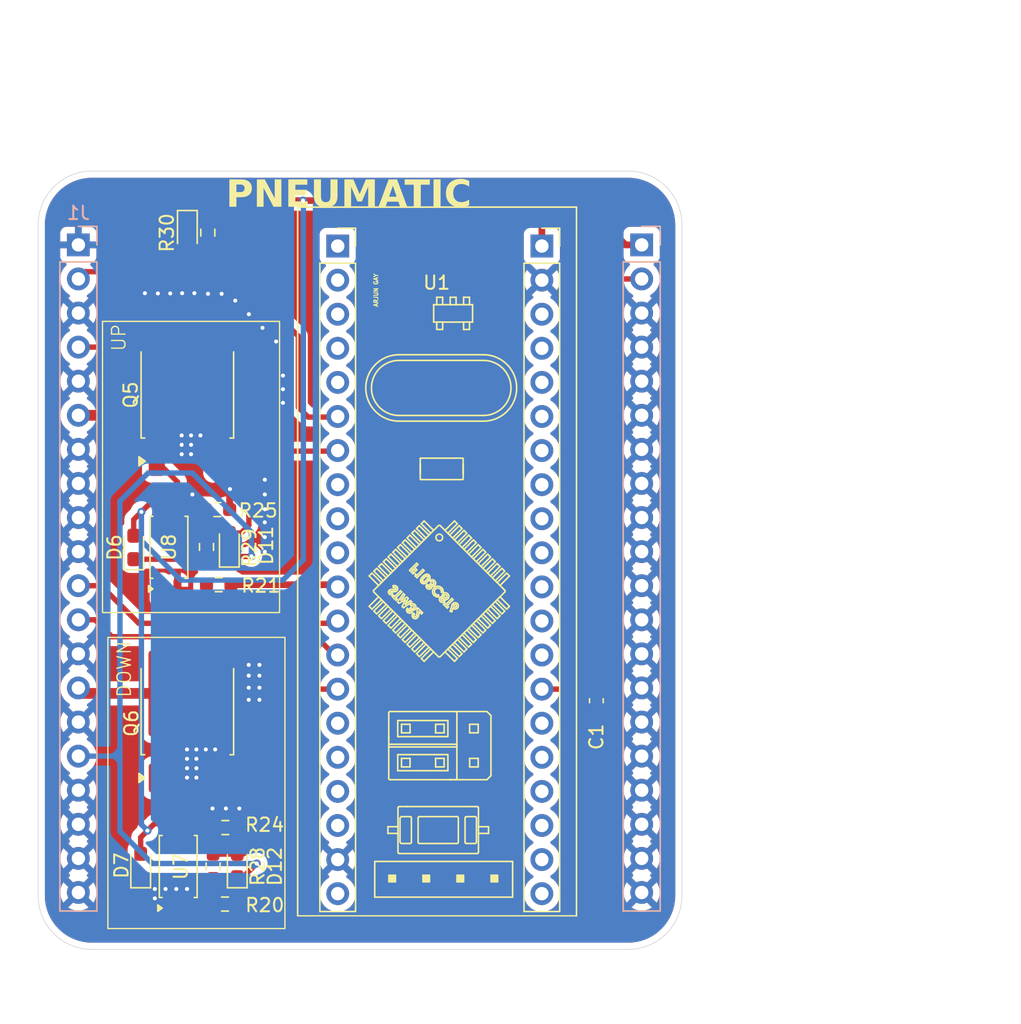
<source format=kicad_pcb>
(kicad_pcb (version 20241229) (generator "pcbnew") (generator_version "9.0")
  (layers (0 "F.Cu" signal) (2 "B.Cu" signal) (13 "F.Paste" user) (15 "B.Paste" user) (5 "F.SilkS" user "F.Silkscreen") (7 "B.SilkS" user "B.Silkscreen") (1 "F.Mask" user) (3 "B.Mask" user) (25 "Edge.Cuts" user))
  (net 0 "")
  (net 1 "Net-(D6-K)")
  (net 2 "Net-(D7-K)")
  (net 3 "+12V")
  (net 4 "/Pneumatic_UP")
  (net 5 "/Pneumatic_DOWN")
  (net 6 "Net-(D8-A)")
  (net 7 "Net-(Q5-G)")
  (net 8 "GND")
  (net 9 "Net-(Q6-G)")
  (net 10 "/DOWNSHIFT")
  (net 11 "Net-(R20-Pad2)")
  (net 12 "/UPSHIFT")
  (net 13 "Net-(R21-Pad2)")
  (net 14 "/TX")
  (net 15 "/UP")
  (net 16 "+5V")
  (net 17 "/Down")
  (net 18 "/RX")
  (net 48 "GPOS")
  (footprint "Resistor_SMD:R_0603_1608Metric_Pad0.98x0.95mm_HandSolder" (layer "F.Cu") (at 105.65 68.0875 -90)
    (property "Reference" "R30" (at 0.0125 3.05 90) (layer "F.SilkS"))
    (property "Value" "1K")
    (pad "1" smd roundrect (at -0.9125 0 270) (size 0.975 0.95) (layers "F.Cu" "F.Mask" "F.Paste") (net 16 "+5V"))
    (pad "2" smd roundrect (at 0.9125 0 270) (size 0.975 0.95) (layers "F.Cu" "F.Mask" "F.Paste") (net 6 "Net-(D8-A)"))
  )
  (footprint "Resistor_SMD:R_0603_1608Metric_Pad0.98x0.95mm_HandSolder" (layer "F.Cu") (at 106.9325 118.125 180)
    (property "Reference" "R20" (at -2.966965 -0.081249 0) (layer "F.SilkS"))
    (property "Value" "330")
    (pad "1" smd roundrect (at -0.9125 0 180) (size 0.975 0.95) (layers "F.Cu" "F.Mask" "F.Paste") (net 10 "/DOWNSHIFT"))
    (pad "2" smd roundrect (at 0.9125 0 180) (size 0.975 0.95) (layers "F.Cu" "F.Mask" "F.Paste") (net 11 "Net-(R20-Pad2)"))
  )
  (footprint "Capacitor_SMD:C_0603_1608Metric_Pad1.08x0.95mm_HandSolder" (layer "F.Cu") (at 134.62 102.9705 90)
    (property "Reference" "C1" (at -2.6935 0 90) (layer "F.SilkS"))
    (property "Value" "0.1uF")
    (pad "1" smd roundrect (at -0.8625 0 90) (size 1.075 0.95) (layers "F.Cu" "F.Mask" "F.Paste") (net 8 "GND"))
    (pad "2" smd roundrect (at 0.8625 0 90) (size 1.075 0.95) (layers "F.Cu" "F.Mask" "F.Paste") (net 48 "GPOS"))
  )
  (footprint "0_blackpill_f411ceu6:Blackpill PLT" (layer "F.Cu") (at 115.65 70.104)
    (property "Reference" "U1" (at 7.062282 1.713084 0) (layer "F.SilkS"))
    (property "Value" "~" (hide yes))
    (pad "1" thru_hole rect (at 14.906 -1.016) (size 1.7 1.7) (drill 1) (layers "*.Cu" "*.Mask") (net 16 "+5V"))
    (pad "2" thru_hole circle (at -0.314 47.244) (size 1.7 1.7) (drill 1) (layers "*.Cu" "*.Mask"))
    (pad "3" thru_hole circle (at -0.314 42.164) (size 1.7 1.7) (drill 1) (layers "*.Cu" "*.Mask"))
    (pad "4" thru_hole circle (at 14.906 4.064) (size 1.7 1.7) (drill 1) (layers "*.Cu" "*.Mask"))
    (pad "5" thru_hole rect (at -0.314 -1.016) (size 1.7 1.7) (drill 1) (layers "*.Cu" "*.Mask"))
    (pad "6" thru_hole circle (at -0.314 1.524) (size 1.7 1.7) (drill 1) (layers "*.Cu" "*.Mask"))
    (pad "7" thru_hole circle (at -0.314 4.064) (size 1.7 1.7) (drill 1) (layers "*.Cu" "*.Mask"))
    (pad "8" thru_hole circle (at -0.314 6.604) (size 1.7 1.7) (drill 1) (layers "*.Cu" "*.Mask"))
    (pad "9" thru_hole circle (at -0.314 9.144) (size 1.7 1.7) (drill 1) (layers "*.Cu" "*.Mask"))
    (pad "10" thru_hole circle (at -0.314 11.684) (size 1.7 1.7) (drill 1) (layers "*.Cu" "*.Mask") (net 14 "/TX"))
    (pad "11" thru_hole circle (at -0.314 14.224) (size 1.7 1.7) (drill 1) (layers "*.Cu" "*.Mask") (net 18 "/RX"))
    (pad "12" thru_hole circle (at -0.314 16.764) (size 1.7 1.7) (drill 1) (layers "*.Cu" "*.Mask"))
    (pad "13" thru_hole circle (at -0.314 19.304) (size 1.7 1.7) (drill 1) (layers "*.Cu" "*.Mask"))
    (pad "14" thru_hole circle (at -0.314 21.844) (size 1.7 1.7) (drill 1) (layers "*.Cu" "*.Mask"))
    (pad "15" thru_hole circle (at -0.314 24.384) (size 1.7 1.7) (drill 1) (layers "*.Cu" "*.Mask") (net 12 "/UPSHIFT"))
    (pad "16" thru_hole circle (at -0.314 26.924) (size 1.7 1.7) (drill 1) (layers "*.Cu" "*.Mask") (net 15 "/UP"))
    (pad "17" thru_hole circle (at -0.314 29.464) (size 1.7 1.7) (drill 1) (layers "*.Cu" "*.Mask") (net 17 "/Down"))
    (pad "18" thru_hole circle (at -0.314 32.004) (size 1.7 1.7) (drill 1) (layers "*.Cu" "*.Mask") (net 10 "/DOWNSHIFT"))
    (pad "19" thru_hole circle (at -0.314 34.544) (size 1.7 1.7) (drill 1) (layers "*.Cu" "*.Mask"))
    (pad "20" thru_hole circle (at -0.314 37.084) (size 1.7 1.7) (drill 1) (layers "*.Cu" "*.Mask"))
    (pad "21" thru_hole circle (at -0.314 39.624) (size 1.7 1.7) (drill 1) (layers "*.Cu" "*.Mask"))
    (pad "22" thru_hole circle (at 14.906 6.604) (size 1.7 1.7) (drill 1) (layers "*.Cu" "*.Mask"))
    (pad "23" thru_hole circle (at 14.906 9.144) (size 1.7 1.7) (drill 1) (layers "*.Cu" "*.Mask"))
    (pad "24" thru_hole circle (at 14.906 11.684) (size 1.7 1.7) (drill 1) (layers "*.Cu" "*.Mask"))
    (pad "25" thru_hole circle (at 14.906 14.224) (size 1.7 1.7) (drill 1) (layers "*.Cu" "*.Mask"))
    (pad "26" thru_hole circle (at 14.906 16.764) (size 1.7 1.7) (drill 1) (layers "*.Cu" "*.Mask"))
    (pad "27" thru_hole circle (at 14.906 19.304) (size 1.7 1.7) (drill 1) (layers "*.Cu" "*.Mask"))
    (pad "28" thru_hole circle (at 14.906 21.844) (size 1.7 1.7) (drill 1) (layers "*.Cu" "*.Mask"))
    (pad "29" thru_hole circle (at 14.906 24.384) (size 1.7 1.7) (drill 1) (layers "*.Cu" "*.Mask"))
    (pad "30" thru_hole circle (at 14.906 26.924) (size 1.7 1.7) (drill 1) (layers "*.Cu" "*.Mask"))
    (pad "31" thru_hole circle (at 14.906 29.464) (size 1.7 1.7) (drill 1) (layers "*.Cu" "*.Mask"))
    (pad "32" thru_hole circle (at 14.906 32.004) (size 1.7 1.7) (drill 1) (layers "*.Cu" "*.Mask") (net 48 "GPOS"))
    (pad "33" thru_hole circle (at 14.906 34.544) (size 1.7 1.7) (drill 1) (layers "*.Cu" "*.Mask"))
    (pad "34" thru_hole circle (at 14.906 37.084) (size 1.7 1.7) (drill 1) (layers "*.Cu" "*.Mask"))
    (pad "35" thru_hole circle (at 14.906 39.624) (size 1.7 1.7) (drill 1) (layers "*.Cu" "*.Mask"))
    (pad "36" thru_hole circle (at 14.906 42.164) (size 1.7 1.7) (drill 1) (layers "*.Cu" "*.Mask"))
    (pad "37" thru_hole circle (at 14.906 44.704) (size 1.7 1.7) (drill 1) (layers "*.Cu" "*.Mask"))
    (pad "38" thru_hole circle (at 14.906 47.244) (size 1.7 1.7) (drill 1) (layers "*.Cu" "*.Mask"))
    (pad "39" thru_hole circle (at -0.314 44.704) (size 1.7 1.7) (drill 1) (layers "*.Cu" "*.Mask") (net 8 "GND"))
    (pad "40" thru_hole circle (at 14.906 1.524) (size 1.7 1.7) (drill 1) (layers "*.Cu" "*.Mask") (net 8 "GND"))
  )
  (footprint "Package_SO:SOP-4_4.4x2.6mm_P1.27mm" (layer "F.Cu") (at 103.445 115.325 90)
    (property "Reference" "U7" (at 0 0.187 90) (layer "F.SilkS"))
    (property "Value" "TCMT1103")
    (pad "1" smd roundrect (at -3.1875 -0.635 90) (size 1.625 0.6) (layers "F.Cu" "F.Mask" "F.Paste") (net 11 "Net-(R20-Pad2)"))
    (pad "2" smd roundrect (at -3.1875 0.635 90) (size 1.625 0.6) (layers "F.Cu" "F.Mask" "F.Paste") (net 8 "GND"))
    (pad "3" smd roundrect (at 3.1875 0.635 90) (size 1.625 0.6) (layers "F.Cu" "F.Mask" "F.Paste") (net 9 "Net-(Q6-G)"))
    (pad "4" smd roundrect (at 3.1875 -0.635 90) (size 1.625 0.6) (layers "F.Cu" "F.Mask" "F.Paste") (net 16 "+5V"))
  )
  (footprint "Package_TO_SOT_SMD:TO-252-2" (layer "F.Cu") (at 104.125 80.085 90)
    (property "Reference" "Q5" (at -0.1 -4.225 90) (layer "F.SilkS"))
    (property "Value" "DMTH6004SK3")
    (pad "1" smd roundrect (at -5.04 -2.28 90) (size 2.2 1.2) (layers "F.Cu" "F.Mask" "F.Paste") (roundrect_rratio 0.208333) (net 7 "Net-(Q5-G)"))
    (pad "2" smd roundrect (at 1.26 0 90) (size 6.4 5.8) (layers "F.Cu" "F.Mask") (roundrect_rratio 0.043103) (net 4 "/Pneumatic_UP"))
    (pad "3" smd roundrect (at -5.04 2.28 90) (size 2.2 1.2) (layers "F.Cu" "F.Mask" "F.Paste") (roundrect_rratio 0.208333) (net 8 "GND"))
  )
  (footprint "Diode_SMD:D_0603_1608Metric_Pad1.05x0.95mm_HandSolder" (layer "F.Cu") (at 107.845 115.25 90)
    (property "Reference" "D12" (at -0.075 2.8 90) (layer "F.SilkS"))
    (property "Value" "D")
    (pad "1" smd roundrect (at -0.875 0 90) (size 1.05 0.95) (layers "F.Cu" "F.Mask" "F.Paste") (net 3 "+12V"))
    (pad "2" smd roundrect (at 0.875 0 90) (size 1.05 0.95) (layers "F.Cu" "F.Mask" "F.Paste") (net 5 "/Pneumatic_DOWN"))
  )
  (footprint "Diode_SMD:D_0603_1608Metric_Pad1.05x0.95mm_HandSolder" (layer "F.Cu") (at 107.2525 91.35 90)
    (property "Reference" "D11" (at -0.05 2.7475 90) (layer "F.SilkS"))
    (property "Value" "D")
    (pad "1" smd roundrect (at -0.875 0 90) (size 1.05 0.95) (layers "F.Cu" "F.Mask" "F.Paste") (net 3 "+12V"))
    (pad "2" smd roundrect (at 0.875 0 90) (size 1.05 0.95) (layers "F.Cu" "F.Mask" "F.Paste") (net 4 "/Pneumatic_UP"))
  )
  (footprint "Resistor_SMD:R_0603_1608Metric_Pad0.98x0.95mm_HandSolder" (layer "F.Cu") (at 106.045 115.3125 90)
    (property "Reference" "R28" (at -0.012352 3.320457 90) (layer "F.SilkS"))
    (property "Value" "1K")
    (pad "1" smd roundrect (at -0.9125 0 90) (size 0.975 0.95) (layers "F.Cu" "F.Mask" "F.Paste") (net 2 "Net-(D7-K)"))
    (pad "2" smd roundrect (at 0.9125 0 90) (size 0.975 0.95) (layers "F.Cu" "F.Mask" "F.Paste") (net 5 "/Pneumatic_DOWN"))
  )
  (footprint "Package_TO_SOT_SMD:TO-252-2" (layer "F.Cu") (at 104.125 103.685 90)
    (property "Reference" "Q6" (at -0.965 -4.175 90) (layer "F.SilkS"))
    (property "Value" "DMTH6004SK3")
    (pad "1" smd roundrect (at -5.04 -2.28 90) (size 2.2 1.2) (layers "F.Cu" "F.Mask" "F.Paste") (roundrect_rratio 0.208333) (net 9 "Net-(Q6-G)"))
    (pad "2" smd roundrect (at 1.26 0 90) (size 6.4 5.8) (layers "F.Cu" "F.Mask") (roundrect_rratio 0.043103) (net 5 "/Pneumatic_DOWN"))
    (pad "3" smd roundrect (at -5.04 2.28 90) (size 2.2 1.2) (layers "F.Cu" "F.Mask" "F.Paste") (roundrect_rratio 0.208333) (net 8 "GND"))
  )
  (footprint "LED_SMD:LED_0603_1608Metric_Pad1.05x0.95mm_HandSolder" (layer "F.Cu") (at 100.645 115.25 90)
    (property "Reference" "D7" (at 0 -1.43 90) (layer "F.SilkS"))
    (property "Value" "LED")
    (pad "1" smd roundrect (at -0.875 0 90) (size 1.05 0.95) (layers "F.Cu" "F.Mask" "F.Paste") (net 2 "Net-(D7-K)"))
    (pad "2" smd roundrect (at 0.875 0 90) (size 1.05 0.95) (layers "F.Cu" "F.Mask" "F.Paste") (net 16 "+5V"))
  )
  (footprint "Resistor_SMD:R_0603_1608Metric_Pad0.98x0.95mm_HandSolder" (layer "F.Cu") (at 106.365 88.725 180)
    (property "Reference" "R25" (at -3.035 -0.075 0) (layer "F.SilkS"))
    (property "Value" "10K")
    (pad "1" smd roundrect (at -0.9125 0 180) (size 0.975 0.95) (layers "F.Cu" "F.Mask" "F.Paste") (net 8 "GND"))
    (pad "2" smd roundrect (at 0.9125 0 180) (size 0.975 0.95) (layers "F.Cu" "F.Mask" "F.Paste") (net 7 "Net-(Q5-G)"))
  )
  (footprint "Package_SO:SOP-4_4.4x2.6mm_P1.27mm" (layer "F.Cu") (at 102.7525 91.5375 90)
    (property "Reference" "U8" (at 0 0 90) (layer "F.SilkS"))
    (property "Value" "TCMT1103")
    (pad "1" smd roundrect (at -3.1875 -0.635 90) (size 1.625 0.6) (layers "F.Cu" "F.Mask" "F.Paste") (net 13 "Net-(R21-Pad2)"))
    (pad "2" smd roundrect (at -3.1875 0.635 90) (size 1.625 0.6) (layers "F.Cu" "F.Mask" "F.Paste") (net 8 "GND"))
    (pad "3" smd roundrect (at 3.1875 0.635 90) (size 1.625 0.6) (layers "F.Cu" "F.Mask" "F.Paste") (net 7 "Net-(Q5-G)"))
    (pad "4" smd roundrect (at 3.1875 -0.635 90) (size 1.625 0.6) (layers "F.Cu" "F.Mask" "F.Paste") (net 16 "+5V"))
  )
  (footprint "Resistor_SMD:R_0603_1608Metric_Pad0.98x0.95mm_HandSolder" (layer "F.Cu") (at 105.5525 91.5125 90)
    (property "Reference" "R29" (at -0.060878 3.199507 90) (layer "F.SilkS"))
    (property "Value" "1K")
    (pad "1" smd roundrect (at -0.9125 0 90) (size 0.975 0.95) (layers "F.Cu" "F.Mask" "F.Paste") (net 1 "Net-(D6-K)"))
    (pad "2" smd roundrect (at 0.9125 0 90) (size 0.975 0.95) (layers "F.Cu" "F.Mask" "F.Paste") (net 4 "/Pneumatic_UP"))
  )
  (footprint "Resistor_SMD:R_0603_1608Metric_Pad0.98x0.95mm_HandSolder" (layer "F.Cu") (at 106.9575 112.425 180)
    (property "Reference" "R24" (at -2.927328 0.206386 0) (layer "F.SilkS"))
    (property "Value" "10K")
    (pad "1" smd roundrect (at -0.9125 0 180) (size 0.975 0.95) (layers "F.Cu" "F.Mask" "F.Paste") (net 8 "GND"))
    (pad "2" smd roundrect (at 0.9125 0 180) (size 0.975 0.95) (layers "F.Cu" "F.Mask" "F.Paste") (net 9 "Net-(Q6-G)"))
  )
  (footprint "Resistor_SMD:R_0603_1608Metric_Pad0.98x0.95mm_HandSolder" (layer "F.Cu") (at 106.465 94.325 180)
    (property "Reference" "R21" (at -3.135 -0.075 0) (layer "F.SilkS"))
    (property "Value" "330")
    (pad "1" smd roundrect (at -0.9125 0 180) (size 0.975 0.95) (layers "F.Cu" "F.Mask" "F.Paste") (net 12 "/UPSHIFT"))
    (pad "2" smd roundrect (at 0.9125 0 180) (size 0.975 0.95) (layers "F.Cu" "F.Mask" "F.Paste") (net 13 "Net-(R21-Pad2)"))
  )
  (footprint "LED_SMD:LED_0603_1608Metric_Pad1.05x0.95mm_HandSolder" (layer "F.Cu") (at 100.125 91.55 90)
    (property "Reference" "D6" (at 0 -1.43 90) (layer "F.SilkS"))
    (property "Value" "LED")
    (pad "1" smd roundrect (at -0.875 0 90) (size 1.05 0.95) (layers "F.Cu" "F.Mask" "F.Paste") (net 1 "Net-(D6-K)"))
    (pad "2" smd roundrect (at 0.875 0 90) (size 1.05 0.95) (layers "F.Cu" "F.Mask" "F.Paste") (net 16 "+5V"))
  )
  (footprint "LED_SMD:LED_0603_1608Metric_Pad1.05x0.95mm_HandSolder" (layer "F.Cu") (at 104.125 68.1 -90)
    (property "Reference" "D8" (hide yes))
    (property "Value" "LED")
    (pad "1" smd roundrect (at -0.875 0 270) (size 1.05 0.95) (layers "F.Cu" "F.Mask" "F.Paste") (net 8 "GND"))
    (pad "2" smd roundrect (at 0.875 0 270) (size 1.05 0.95) (layers "F.Cu" "F.Mask" "F.Paste") (net 6 "Net-(D8-A)"))
  )
  (footprint "Connector_PinHeader_2.54mm:PinHeader_1x20_P2.54mm_Vertical" (layer "B.Cu") (at 138 69 180)
    (property "Reference" "J2" (hide yes))
    (property "Value" "Conn_01x20_Pin")
    (pad "1" thru_hole rect (at 0 0 180) (size 1.7 1.7) (drill 1) (layers "*.Cu" "*.Mask") (net 16 "+5V"))
    (pad "2" thru_hole circle (at 0 -2.54 180) (size 1.7 1.7) (drill 1) (layers "*.Cu" "*.Mask") (net 48 "GPOS"))
    (pad "3" thru_hole circle (at 0 -5.08 180) (size 1.7 1.7) (drill 1) (layers "*.Cu" "*.Mask") (net 8 "GND"))
    (pad "4" thru_hole circle (at 0 -7.62 180) (size 1.7 1.7) (drill 1) (layers "*.Cu" "*.Mask") (net 8 "GND"))
    (pad "5" thru_hole circle (at 0 -10.16 180) (size 1.7 1.7) (drill 1) (layers "*.Cu" "*.Mask") (net 8 "GND"))
    (pad "6" thru_hole circle (at 0 -12.7 180) (size 1.7 1.7) (drill 1) (layers "*.Cu" "*.Mask") (net 8 "GND"))
    (pad "7" thru_hole circle (at 0 -15.24 180) (size 1.7 1.7) (drill 1) (layers "*.Cu" "*.Mask") (net 8 "GND"))
    (pad "8" thru_hole circle (at 0 -17.78 180) (size 1.7 1.7) (drill 1) (layers "*.Cu" "*.Mask") (net 8 "GND"))
    (pad "9" thru_hole circle (at 0 -20.32 180) (size 1.7 1.7) (drill 1) (layers "*.Cu" "*.Mask") (net 8 "GND"))
    (pad "10" thru_hole circle (at 0 -22.86 180) (size 1.7 1.7) (drill 1) (layers "*.Cu" "*.Mask") (net 8 "GND"))
    (pad "11" thru_hole circle (at 0 -25.4 180) (size 1.7 1.7) (drill 1) (layers "*.Cu" "*.Mask") (net 8 "GND"))
    (pad "12" thru_hole circle (at 0 -27.94 180) (size 1.7 1.7) (drill 1) (layers "*.Cu" "*.Mask") (net 8 "GND"))
    (pad "13" thru_hole circle (at 0 -30.48 180) (size 1.7 1.7) (drill 1) (layers "*.Cu" "*.Mask") (net 8 "GND"))
    (pad "14" thru_hole circle (at 0 -33.02 180) (size 1.7 1.7) (drill 1) (layers "*.Cu" "*.Mask") (net 8 "GND"))
    (pad "15" thru_hole circle (at 0 -35.56 180) (size 1.7 1.7) (drill 1) (layers "*.Cu" "*.Mask") (net 8 "GND"))
    (pad "16" thru_hole circle (at 0 -38.1 180) (size 1.7 1.7) (drill 1) (layers "*.Cu" "*.Mask") (net 8 "GND"))
    (pad "17" thru_hole circle (at 0 -40.64 180) (size 1.7 1.7) (drill 1) (layers "*.Cu" "*.Mask") (net 8 "GND"))
    (pad "18" thru_hole circle (at 0 -43.18 180) (size 1.7 1.7) (drill 1) (layers "*.Cu" "*.Mask") (net 8 "GND"))
    (pad "19" thru_hole circle (at 0 -45.72 180) (size 1.7 1.7) (drill 1) (layers "*.Cu" "*.Mask") (net 8 "GND"))
    (pad "20" thru_hole circle (at 0 -48.26 180) (size 1.7 1.7) (drill 1) (layers "*.Cu" "*.Mask") (net 8 "GND"))
  )
  (footprint "Connector_PinHeader_2.54mm:PinHeader_1x20_P2.54mm_Vertical" (layer "B.Cu") (at 96 69 180)
    (property "Reference" "J1" (at 0 2.38 0) (layer "B.SilkS") (effects (justify mirror)))
    (property "Value" "Conn_01x20_Pin")
    (pad "1" thru_hole rect (at 0 0 180) (size 1.7 1.7) (drill 1) (layers "*.Cu" "*.Mask") (net 8 "GND"))
    (pad "2" thru_hole circle (at 0 -2.54 180) (size 1.7 1.7) (drill 1) (layers "*.Cu" "*.Mask") (net 14 "/TX"))
    (pad "3" thru_hole circle (at 0 -5.08 180) (size 1.7 1.7) (drill 1) (layers "*.Cu" "*.Mask") (net 8 "GND"))
    (pad "4" thru_hole circle (at 0 -7.62 180) (size 1.7 1.7) (drill 1) (layers "*.Cu" "*.Mask") (net 18 "/RX"))
    (pad "5" thru_hole circle (at 0 -10.16 180) (size 1.7 1.7) (drill 1) (layers "*.Cu" "*.Mask") (net 8 "GND"))
    (pad "6" thru_hole circle (at 0 -12.7 180) (size 1.7 1.7) (drill 1) (layers "*.Cu" "*.Mask") (net 4 "/Pneumatic_UP"))
    (pad "7" thru_hole circle (at 0 -15.24 180) (size 1.7 1.7) (drill 1) (layers "*.Cu" "*.Mask") (net 8 "GND"))
    (pad "8" thru_hole circle (at 0 -17.78 180) (size 1.7 1.7) (drill 1) (layers "*.Cu" "*.Mask") (net 8 "GND"))
    (pad "9" thru_hole circle (at 0 -20.32 180) (size 1.7 1.7) (drill 1) (layers "*.Cu" "*.Mask") (net 8 "GND"))
    (pad "10" thru_hole circle (at 0 -22.86 180) (size 1.7 1.7) (drill 1) (layers "*.Cu" "*.Mask") (net 8 "GND"))
    (pad "11" thru_hole circle (at 0 -25.4 180) (size 1.7 1.7) (drill 1) (layers "*.Cu" "*.Mask") (net 15 "/UP"))
    (pad "12" thru_hole circle (at 0 -27.94 180) (size 1.7 1.7) (drill 1) (layers "*.Cu" "*.Mask") (net 17 "/Down"))
    (pad "13" thru_hole circle (at 0 -30.48 180) (size 1.7 1.7) (drill 1) (layers "*.Cu" "*.Mask") (net 8 "GND"))
    (pad "14" thru_hole circle (at 0 -33.02 180) (size 1.7 1.7) (drill 1) (layers "*.Cu" "*.Mask") (net 5 "/Pneumatic_DOWN"))
    (pad "15" thru_hole circle (at 0 -35.56 180) (size 1.7 1.7) (drill 1) (layers "*.Cu" "*.Mask") (net 8 "GND"))
    (pad "16" thru_hole circle (at 0 -38.1 180) (size 1.7 1.7) (drill 1) (layers "*.Cu" "*.Mask") (net 3 "+12V"))
    (pad "17" thru_hole circle (at 0 -40.64 180) (size 1.7 1.7) (drill 1) (layers "*.Cu" "*.Mask") (net 8 "GND"))
    (pad "18" thru_hole circle (at 0 -43.18 180) (size 1.7 1.7) (drill 1) (layers "*.Cu" "*.Mask") (net 8 "GND"))
    (pad "19" thru_hole circle (at 0 -45.72 180) (size 1.7 1.7) (drill 1) (layers "*.Cu" "*.Mask") (net 8 "GND"))
    (pad "20" thru_hole circle (at 0 -48.26 180) (size 1.7 1.7) (drill 1) (layers "*.Cu" "*.Mask") (net 8 "GND"))
  )
  (gr_rect (start 97.8 74.7) (end 111 96.4) (stroke (width 0.1)) (fill no) (layer "F.SilkS"))
  (gr_rect (start 98.2 98.25) (end 111.4 119.95) (stroke (width 0.1)) (fill no) (layer "F.SilkS"))
  (gr_arc (start 93 67.5) (mid 94.171573 64.671573) (end 97 63.5) (stroke (width 0.05)) (layer "Edge.Cuts"))
  (gr_line (start 97 63.5) (end 137 63.5) (stroke (width 0.05)) (layer "Edge.Cuts"))
  (gr_line (start 93 117.5) (end 93 67.5) (stroke (width 0.05)) (layer "Edge.Cuts"))
  (gr_arc (start 141 117.5) (mid 139.828427 120.328427) (end 137 121.5) (stroke (width 0.05)) (layer "Edge.Cuts"))
  (gr_line (start 141 67.5) (end 141 117.5) (stroke (width 0.05)) (layer "Edge.Cuts"))
  (gr_arc (start 137 63.5) (mid 139.828427 64.671573) (end 141 67.5) (stroke (width 0.05)) (layer "Edge.Cuts"))
  (gr_line (start 137 121.5) (end 97 121.5) (stroke (width 0.05)) (layer "Edge.Cuts"))
  (gr_arc (start 97 121.5) (mid 94.171573 120.328427) (end 93 117.5) (stroke (width 0.05)) (layer "Edge.Cuts"))
  (gr_text "DOWN" (at 100 102.8 90) (layer "F.SilkS") (effects (font (size 1 1) (thickness 0.1)) (justify left bottom)))
  (gr_text "UP" (at 99.6 77 90) (layer "F.SilkS") (effects (font (size 1 1) (thickness 0.1)) (justify left bottom)))
  (gr_text "PNEUMATIC" (at 107 66.5 0) (layer "F.SilkS") (effects (font (size 2 2) (thickness 0.4) (bold yes) (italic yes)) (justify left bottom)))
  (gr_text "ARJUN GAY" (at 118.364 73.66 90) (layer "F.SilkS") (effects (font (size 0.3 0.3) (thickness 0.075) (bold yes)) (justify left bottom)))
  (segment (start 105.5525 92.425) (end 100.125 92.425) (width 0.4) (layer "F.Cu") (net 1))
  (segment (start 105.945 116.125) (end 106.045 116.225) (width 0.4) (layer "F.Cu") (net 2))
  (segment (start 100.645 116.125) (end 105.945 116.125) (width 0.4) (layer "F.Cu") (net 2))
  (segment (start 108.875 92.225) (end 108.9 92.2) (width 0.4) (layer "F.Cu") (net 3))
  (segment (start 108.275 116.125) (end 109.3 115.1) (width 0.4) (layer "F.Cu") (net 3))
  (segment (start 107.845 116.125) (end 108.275 116.125) (width 0.4) (layer "F.Cu") (net 3))
  (segment (start 107.2525 92.225) (end 108.875 92.225) (width 0.4) (layer "F.Cu") (net 3))
  (via (at 109.3 115.1) (size 0.6) (drill 0.3) (layers "F.Cu" "B.Cu") (net 3))
  (via (at 108.9 92.2) (size 0.6) (drill 0.3) (layers "F.Cu" "B.Cu") (net 3))
  (segment (start 99.1 107.5) (end 99.1 112.7) (width 0.4) (layer "B.Cu") (net 3))
  (segment (start 99.1 88.1) (end 101.2 86) (width 0.4) (layer "B.Cu") (net 3))
  (segment (start 99.1 107.1) (end 99.1 106.6) (width 0.4) (layer "B.Cu") (net 3))
  (segment (start 96 107.1) (end 98.6 107.1) (width 0.4) (layer "B.Cu") (net 3))
  (segment (start 98.6 107.1) (end 98.7 107.1) (width 0.4) (layer "B.Cu") (net 3))
  (segment (start 99.1 107.1) (end 99.1 107.5) (width 0.4) (layer "B.Cu") (net 3))
  (segment (start 99.1 106.6) (end 99.1 88.1) (width 0.4) (layer "B.Cu") (net 3))
  (segment (start 98.7 107.1) (end 99.1 107.5) (width 0.4) (layer "B.Cu") (net 3))
  (segment (start 101.5 115.1) (end 109.3 115.1) (width 0.4) (layer "B.Cu") (net 3))
  (segment (start 108.9 90.4) (end 108.9 92.2) (width 0.4) (layer "B.Cu") (net 3))
  (segment (start 98.6 107.1) (end 99.1 106.6) (width 0.4) (layer "B.Cu") (net 3))
  (segment (start 99.1 112.7) (end 101.5 115.1) (width 0.4) (layer "B.Cu") (net 3))
  (segment (start 104.5 86) (end 108.9 90.4) (width 0.4) (layer "B.Cu") (net 3))
  (segment (start 109.1 115.3) (end 109.3 115.1) (width 0.4) (layer "B.Cu") (net 3))
  (segment (start 101.2 86) (end 104.5 86) (width 0.4) (layer "B.Cu") (net 3))
  (segment (start 98.6 107.1) (end 99.1 107.1) (width 0.4) (layer "B.Cu") (net 3))
  (segment (start 104.125 78.825) (end 100.975 78.825) (width 0.8) (layer "F.Cu") (net 4))
  (segment (start 100.975 78.825) (end 98.1 81.7) (width 0.8) (layer "F.Cu") (net 4))
  (segment (start 107.2525 90.475) (end 108.125 90.475) (width 0.4) (layer "F.Cu") (net 4))
  (segment (start 108.712 83.412) (end 104.125 78.825) (width 0.4) (layer "F.Cu") (net 4))
  (segment (start 108.712 89.888) (end 108.712 83.412) (width 0.4) (layer "F.Cu") (net 4))
  (segment (start 98.1 81.7) (end 96 81.7) (width 0.8) (layer "F.Cu") (net 4))
  (segment (start 105.5525 90.6) (end 107.1275 90.6) (width 0.4) (layer "F.Cu") (net 4))
  (segment (start 108.125 90.475) (end 108.712 89.888) (width 0.4) (layer "F.Cu") (net 4))
  (segment (start 107.1275 90.6) (end 107.2525 90.475) (width 0.4) (layer "F.Cu") (net 4))
  (segment (start 104.125 102.425) (end 96.405 102.425) (width 0.8) (layer "F.Cu") (net 5))
  (segment (start 107.845 114.375) (end 108.325 114.375) (width 0.4) (layer "F.Cu") (net 5))
  (segment (start 96.405 102.425) (end 96 102.02) (width 0.8) (layer "F.Cu") (net 5))
  (segment (start 109.2 113.5) (end 109.2 107.5) (width 0.4) (layer "F.Cu") (net 5))
  (segment (start 108.325 114.375) (end 109.2 113.5) (width 0.4) (layer "F.Cu") (net 5))
  (segment (start 107.82 114.4) (end 107.845 114.375) (width 0.4) (layer "F.Cu") (net 5))
  (segment (start 109.2 107.5) (end 104.125 102.425) (width 0.4) (layer "F.Cu") (net 5))
  (segment (start 106.045 114.4) (end 107.82 114.4) (width 0.4) (layer "F.Cu") (net 5))
  (segment (start 105.65 69) (end 104.15 69) (width 0.5) (layer "F.Cu") (net 6))
  (segment (start 104.15 69) (end 104.125 68.975) (width 0.5) (layer "F.Cu") (net 6))
  (segment (start 105.4525 88.725) (end 103.7625 88.725) (width 0.4) (layer "F.Cu") (net 7))
  (segment (start 103.3875 86.6675) (end 103.3875 88.35) (width 0.4) (layer "F.Cu") (net 7))
  (segment (start 103.7625 88.725) (end 103.3875 88.35) (width 0.4) (layer "F.Cu") (net 7))
  (segment (start 101.845 85.125) (end 103.3875 86.6675) (width 0.4) (layer "F.Cu") (net 7))
  (segment (start 107.87 112.425) (end 107.87 111.13) (width 0.5) (layer "F.Cu") (net 8))
  (segment (start 107.87 111.13) (end 108 111) (width 0.5) (layer "F.Cu") (net 8))
  (segment (start 96.24 79.4) (end 96 79.16) (width 0.4) (layer "F.Cu") (net 8))
  (segment (start 107.2775 87.2225) (end 107.3 87.2) (width 0.5) (layer "F.Cu") (net 8))
  (segment (start 107.2775 88.725) (end 107.2775 87.2225) (width 0.5) (layer "F.Cu") (net 8))
  (segment (start 104.08 117.02) (end 104.1 117) (width 0.5) (layer "F.Cu") (net 8))
  (segment (start 104.08 118.5125) (end 104.08 117.02) (width 0.5) (layer "F.Cu") (net 8))
  (via (at 109.5 102.9) (size 0.6) (drill 0.3) (layers "F.Cu" "B.Cu") (net 8))
  (via (at 107 111) (size 0.6) (drill 0.3) (layers "F.Cu" "B.Cu") (net 8))
  (via (at 109.5 102) (size 0.6) (drill 0.3) (layers "F.Cu" "B.Cu") (net 8))
  (via (at 105.664 72.644) (size 0.6) (drill 0.3) (layers "F.Cu" "B.Cu") (net 8))
  (via (at 102.847581 72.618292) (size 0.6) (drill 0.3) (layers "F.Cu" "B.Cu") (net 8))
  (via (at 101.927442 72.618292) (size 0.6) (drill 0.3) (layers "F.Cu" "B.Cu") (net 8))
  (via (at 104.4 83.2) (size 0.6) (drill 0.3) (layers "F.Cu" "B.Cu") (net 8))
  (via (at 102.5 117) (size 0.6) (drill 0.3) (layers "F.Cu" "B.Cu") (net 8))
  (via (at 109.89501 89.677348) (size 0.6) (drill 0.3) (layers "F.Cu" "B.Cu") (net 8))
  (via (at 104.1 106.6) (size 0.6) (drill 0.3) (layers "F.Cu" "B.Cu") (net 8))
  (via (at 109.89501 91.877348) (size 0.6) (drill 0.3) (layers "F.Cu" "B.Cu") (net 8))
  (via (at 103.735434 72.602149) (size 0.6) (drill 0.3) (layers "F.Cu" "B.Cu") (net 8))
  (via (at 111.252 78.74) (size 0.6) (drill 0.3) (layers "F.Cu" "B.Cu") (net 8))
  (via (at 109.89501 90.777348) (size 0.6) (drill 0.3) (layers "F.Cu" "B.Cu") (net 8))
  (via (at 104.1 117) (size 0.6) (drill 0.3) (layers "F.Cu" "B.Cu") (net 8))
  (via (at 107.696 73.152) (size 0.6) (drill 0.3) (layers "F.Cu" "B.Cu") (net 8))
  (via (at 104.648 72.6) (size 0.6) (drill 0.3) (layers "F.Cu" "B.Cu") (net 8))
  (via (at 111.252 80.772) (size 0.6) (drill 0.3) (layers "F.Cu" "B.Cu") (net 8))
  (via (at 104.1 107.3) (size 0.6) (drill 0.3) (layers "F.Cu" "B.Cu") (net 8))
  (via (at 111.252 79.756) (size 0.6) (drill 0.3) (layers "F.Cu" "B.Cu") (net 8))
  (via (at 100.958875 72.602149) (size 0.6) (drill 0.3) (layers "F.Cu" "B.Cu") (net 8))
  (via (at 104.1 108) (size 0.6) (drill 0.3) (layers "F.Cu" "B.Cu") (net 8))
  (via (at 104.8 107.3) (size 0.6) (drill 0.3) (layers "F.Cu" "B.Cu") (net 8))
  (via (at 104.5 87.6) (size 0.6) (drill 0.3) (layers "F.Cu" "B.Cu") (net 8))
  (via (at 104.8 108) (size 0.6) (drill 0.3) (layers "F.Cu" "B.Cu") (net 8))
  (via (at 103.7 84.6) (size 0.6) (drill 0.3) (layers "F.Cu" "B.Cu") (net 8))
  (via (at 109.9 87.6) (size 0.6) (drill 0.3) (layers "F.Cu" "B.Cu") (net 8))
  (via (at 104.4 84.6) (size 0.6) (drill 0.3) (layers "F.Cu" "B.Cu") (net 8))
  (via (at 103.3 117) (size 0.6) (drill 0.3) (layers "F.Cu" "B.Cu") (net 8))
  (via (at 106 111) (size 0.6) (drill 0.3) (layers "F.Cu" "B.Cu") (net 8))
  (via (at 104.1 108.7) (size 0.6) (drill 0.3) (layers "F.Cu" "B.Cu") (net 8))
  (via (at 109.5 101.1) (size 0.6) (drill 0.3) (layers "F.Cu" "B.Cu") (net 8))
  (via (at 105.1 83.2) (size 0.6) (drill 0.3) (layers "F.Cu" "B.Cu") (net 8))
  (via (at 109.9 86.5) (size 0.6) (drill 0.3) (layers "F.Cu" "B.Cu") (net 8))
  (via (at 108.7 102.9) (size 0.6) (drill 0.3) (layers "F.Cu" "B.Cu") (net 8))
  (via (at 104.8 106.6) (size 0.6) (drill 0.3) (layers "F.Cu" "B.Cu") (net 8))
  (via (at 106.2 106.6) (size 0.6) (drill 0.3) (layers "F.Cu" "B.Cu") (net 8))
  (via (at 104.8 108.7) (size 0.6) (drill 0.3) (layers "F.Cu" "B.Cu") (net 8))
  (via (at 107.3 87.2) (size 0.6) (drill 0.3) (layers "F.Cu" "B.Cu") (net 8))
  (via (at 104.4 83.9) (size 0.6) (drill 0.3) (layers "F.Cu" "B.Cu") (net 8))
  (via (at 108 111) (size 0.6) (drill 0.3) (layers "F.Cu" "B.Cu") (net 8))
  (via (at 105.5 106.6) (size 0.6) (drill 0.3) (layers "F.Cu" "B.Cu") (net 8))
  (via (at 108.7 102) (size 0.6) (drill 0.3) (layers "F.Cu" "B.Cu") (net 8))
  (via (at 103.7 83.2) (size 0.6) (drill 0.3) (layers "F.Cu" "B.Cu") (net 8))
  (via (at 109.728 75.184) (size 0.6) (drill 0.3) (layers "F.Cu" "B.Cu") (net 8))
  (via (at 101.7 117.7) (size 0.6) (drill 0.3) (layers "F.Cu" "B.Cu") (net 8))
  (via (at 101.7 117) (size 0.6) (drill 0.3) (layers "F.Cu" "B.Cu") (net 8))
  (via (at 108.7 100.3) (size 0.6) (drill 0.3) (layers "F.Cu" "B.Cu") (net 8))
  (via (at 109.9 88.7) (size 0.6) (drill 0.3) (layers "F.Cu" "B.Cu") (net 8))
  (via (at 108.7 101.1) (size 0.6) (drill 0.3) (layers "F.Cu" "B.Cu") (net 8))
  (via (at 103.7 83.9) (size 0.6) (drill 0.3) (layers "F.Cu" "B.Cu") (net 8))
  (via (at 106.68 72.644) (size 0.6) (drill 0.3) (layers "F.Cu" "B.Cu") (net 8))
  (via (at 108.712 74.168) (size 0.6) (drill 0.3) (layers "F.Cu" "B.Cu") (net 8))
  (via (at 109.5 100.3) (size 0.6) (drill 0.3) (layers "F.Cu" "B.Cu") (net 8))
  (via (at 110.744 76.2) (size 0.6) (drill 0.3) (layers "F.Cu" "B.Cu") (net 8))
  (segment (start 106.045 112.425) (end 104.3675 112.425) (width 0.4) (layer "F.Cu") (net 9))
  (segment (start 104.08 110.96) (end 104.08 112.1375) (width 0.4) (layer "F.Cu") (net 9))
  (segment (start 104.3675 112.425) (end 104.08 112.1375) (width 0.4) (layer "F.Cu") (net 9))
  (segment (start 101.845 108.725) (end 104.08 110.96) (width 0.4) (layer "F.Cu") (net 9))
  (segment (start 109.459 118.125) (end 110.744 116.84) (width 0.4) (layer "F.Cu") (net 10))
  (segment (start 110.744 116.84) (end 110.744 103.632) (width 0.4) (layer "F.Cu") (net 10))
  (segment (start 110.744 103.632) (end 112.268 102.108) (width 0.4) (layer "F.Cu") (net 10))
  (segment (start 112.268 102.108) (end 115.336 102.108) (width 0.4) (layer "F.Cu") (net 10))
  (segment (start 107.845 118.125) (end 109.459 118.125) (width 0.4) (layer "F.Cu") (net 10))
  (segment (start 102.81 118.5125) (end 102.81 119.31) (width 0.4) (layer "F.Cu") (net 11))
  (segment (start 105.2 120) (end 106.02 119.18) (width 0.4) (layer "F.Cu") (net 11))
  (segment (start 106.02 119.18) (end 106.02 118.125) (width 0.4) (layer "F.Cu") (net 11))
  (segment (start 103.5 120) (end 105.2 120) (width 0.4) (layer "F.Cu") (net 11))
  (segment (start 102.81 119.31) (end 103.5 120) (width 0.4) (layer "F.Cu") (net 11))
  (segment (start 107.3775 94.325) (end 114.93 94.325) (width 0.5) (layer "F.Cu") (net 12))
  (segment (start 114.93 94.325) (end 115.1375 94.5325) (width 0.5) (layer "F.Cu") (net 12))
  (segment (start 104.9 96.2) (end 105.5525 95.5475) (width 0.4) (layer "F.Cu") (net 13))
  (segment (start 105.5525 95.5475) (end 105.5525 94.325) (width 0.4) (layer "F.Cu") (net 13))
  (segment (start 102.5 96.2) (end 104.9 96.2) (width 0.4) (layer "F.Cu") (net 13))
  (segment (start 102.1175 94.725) (end 102.1175 95.8175) (width 0.4) (layer "F.Cu") (net 13))
  (segment (start 102.1175 95.8175) (end 102.5 96.2) (width 0.4) (layer "F.Cu") (net 13))
  (segment (start 96 71.54) (end 96.54 71) (width 0.4) (layer "F.Cu") (net 14))
  (segment (start 112.4 75.8) (end 112.4 81.1) (width 0.4) (layer "F.Cu") (net 14))
  (segment (start 107.6 71) (end 112.4 75.8) (width 0.4) (layer "F.Cu") (net 14))
  (segment (start 96.54 71) (end 107.6 71) (width 0.4) (layer "F.Cu") (net 14))
  (segment (start 112.4 81.1) (end 113.1325 81.8325) (width 0.4) (layer "F.Cu") (net 14))
  (segment (start 113.1325 81.8325) (end 115.1375 81.8325) (width 0.4) (layer "F.Cu") (net 14))
  (segment (start 100.5 97.2) (end 97.7 94.4) (width 0.4) (layer "F.Cu") (net 15))
  (segment (start 97.7 94.4) (end 96 94.4) (width 0.4) (layer "F.Cu") (net 15))
  (segment (start 115.01 97.2) (end 100.5 97.2) (width 0.4) (layer "F.Cu") (net 15))
  (segment (start 115.1375 97.0725) (end 115.01 97.2) (width 0.4) (layer "F.Cu") (net 15))
  (segment (start 100.7 88.9) (end 100.125 89.475) (width 0.4) (layer "F.Cu") (net 16))
  (segment (start 105.65 66.95) (end 105.65 67.175) (width 0.5) (layer "F.Cu") (net 16))
  (segment (start 100.7 88.9) (end 101.25 88.35) (width 0.4) (layer "F.Cu") (net 16))
  (segment (start 129.85 65.7) (end 130.006 65.7) (width 0.5) (layer "F.Cu") (net 16))
  (segment (start 131.75 65.7) (end 131.106 65.7) (width 0.5) (layer "F.Cu") (net 16))
  (segment (start 133.5 65.7) (end 131.75 65.7) (width 0.5) (layer "F.Cu") (net 16))
  (segment (start 100.645 114.375) (end 100.645 113.155) (width 0.4) (layer "F.Cu") (net 16))
  (segment (start 130.556 69.088) (end 130.556 66.25) (width 0.5) (layer "F.Cu") (net 16))
  (segment (start 130.556 65.756) (end 130.5 65.7) (width 0.5) (layer "F.Cu") (net 16))
  (segment (start 131.75 65.7) (end 130.5 65.7) (width 0.5) (layer "F.Cu") (net 16))
  (segment (start 138 69) (end 136.8 69) (width 0.5) (layer "F.Cu") (net 16))
  (segment (start 129.85 65.7) (end 112.75 65.7) (width 0.5) (layer "F.Cu") (net 16))
  (segment (start 100.645 113.155) (end 101.15 112.65) (width 0.4) (layer "F.Cu") (net 16))
  (segment (start 100.125 89.475) (end 100.125 90.675) (width 0.4) (layer "F.Cu") (net 16))
  (segment (start 130.556 66.25) (end 130.556 65.756) (width 0.5) (layer "F.Cu") (net 16))
  (segment (start 101.25 88.35) (end 102.1175 88.35) (width 0.4) (layer "F.Cu") (net 16))
  (segment (start 106.9 65.7) (end 105.65 66.95) (width 0.5) (layer "F.Cu") (net 16))
  (segment (start 101.15 112.65) (end 101.6625 112.1375) (width 0.4) (layer "F.Cu") (net 16))
  (segment (start 136.8 69) (end 133.5 65.7) (width 0.5) (layer "F.Cu") (net 16))
  (segment (start 131.106 65.7) (end 130.556 66.25) (width 0.5) (layer "F.Cu") (net 16))
  (segment (start 101.6625 112.1375) (end 102.81 112.1375) (width 0.4) (layer "F.Cu") (net 16))
  (segment (start 130.5 65.7) (end 129.85 65.7) (width 0.5) (layer "F.Cu") (net 16))
  (segment (start 112.75 65.7) (end 106.9 65.7) (width 0.5) (layer "F.Cu") (net 16))
  (segment (start 130.006 65.7) (end 130.556 66.25) (width 0.5) (layer "F.Cu") (net 16))
  (via (at 100.7 88.9) (size 0.6) (drill 0.3) (layers "F.Cu" "B.Cu") (net 16))
  (via (at 112.75 65.7) (size 0.6) (drill 0.3) (layers "F.Cu" "B.Cu") (net 16))
  (via (at 101.15 112.65) (size 0.6) (drill 0.3) (layers "F.Cu" "B.Cu") (net 16))
  (segment (start 103.632 93.98) (end 111.252 93.98) (width 0.4) (layer "B.Cu") (net 16))
  (segment (start 111.252 93.98) (end 112.776 92.456) (width 0.4) (layer "B.Cu") (net 16))
  (segment (start 100.7 112.2) (end 101.15 112.65) (width 0.4) (layer "B.Cu") (net 16))
  (segment (start 100.7 88.9) (end 100.7 112.2) (width 0.4) (layer "B.Cu") (net 16))
  (segment (start 100.7 88.9) (end 100.7 91.048) (width 0.4) (layer "B.Cu") (net 16))
  (segment (start 100.7 91.048) (end 103.632 93.98) (width 0.4) (layer "B.Cu") (net 16))
  (segment (start 112.776 65.726) (end 112.75 65.7) (width 0.4) (layer "B.Cu") (net 16))
  (segment (start 112.776 92.456) (end 112.776 65.726) (width 0.4) (layer "B.Cu") (net 16))
  (segment (start 97.24 96.94) (end 96 96.94) (width 0.4) (layer "F.Cu") (net 17))
  (segment (start 115.1375 99.6125) (end 113.725 98.2) (width 0.4) (layer "F.Cu") (net 17))
  (segment (start 98.5 98.2) (end 97.24 96.94) (width 0.4) (layer "F.Cu") (net 17))
  (segment (start 113.725 98.2) (end 98.5 98.2) (width 0.4) (layer "F.Cu") (net 17))
  (segment (start 107.188 74.676) (end 108.712 76.2) (width 0.4) (layer "F.Cu") (net 18))
  (segment (start 111.2965 84.3725) (end 115.1375 84.3725) (width 0.4) (layer "F.Cu") (net 18))
  (segment (start 97.38 76.62) (end 99.324 74.676) (width 0.4) (layer "F.Cu") (net 18))
  (segment (start 108.712 76.2) (end 108.712 81.788) (width 0.4) (layer "F.Cu") (net 18))
  (segment (start 96 76.62) (end 97.38 76.62) (width 0.4) (layer "F.Cu") (net 18))
  (segment (start 108.712 81.788) (end 111.2965 84.3725) (width 0.4) (layer "F.Cu") (net 18))
  (segment (start 99.324 74.676) (end 107.188 74.676) (width 0.4) (layer "F.Cu") (net 18))
  (segment (start 134.62 72.644) (end 134.62 102.108) (width 0.4) (layer "F.Cu") (net 48))
  (segment (start 135.724 71.54) (end 134.62 72.644) (width 0.4) (layer "F.Cu") (net 48))
  (segment (start 130.556 102.108) (end 134.62 102.108) (width 0.4) (layer "F.Cu") (net 48))
  (segment (start 138 71.54) (end 135.724 71.54) (width 0.4) (layer "F.Cu") (net 48))
  (zone (net 8) (net_name "GND") (layers "F.Cu" "B.Cu") (connect_pads (clearance 0.5)) (min_thickness 0.25) (fill yes (thermal_gap 0.5) (thermal_bridge_width 0.5))
    (polygon (pts (xy 93 63.5) (xy 141 63.5) (xy 141 121.5) (xy 93 121.5)))
  )
)
</source>
